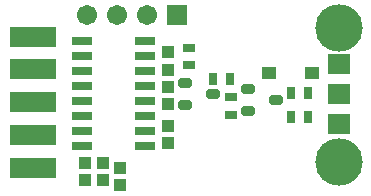
<source format=gts>
G04 Layer_Color=8388736*
%FSAX25Y25*%
%MOIN*%
G70*
G01*
G75*
%ADD37R,0.15800X0.06900*%
%ADD38R,0.06706X0.03162*%
%ADD39R,0.04343X0.03162*%
G04:AMPARAMS|DCode=40|XSize=31.62mil|YSize=47.37mil|CornerRadius=6.95mil|HoleSize=0mil|Usage=FLASHONLY|Rotation=270.000|XOffset=0mil|YOffset=0mil|HoleType=Round|Shape=RoundedRectangle|*
%AMROUNDEDRECTD40*
21,1,0.03162,0.03347,0,0,270.0*
21,1,0.01772,0.04737,0,0,270.0*
1,1,0.01391,-0.01673,-0.00886*
1,1,0.01391,-0.01673,0.00886*
1,1,0.01391,0.01673,0.00886*
1,1,0.01391,0.01673,-0.00886*
%
%ADD40ROUNDEDRECTD40*%
%ADD41R,0.04737X0.03950*%
%ADD42R,0.03950X0.03950*%
%ADD43R,0.03162X0.04343*%
%ADD44R,0.03950X0.03950*%
%ADD45R,0.07800X0.06800*%
%ADD46R,0.06706X0.06706*%
%ADD47C,0.06706*%
%ADD48C,0.15800*%
D37*
X0278500Y0395900D02*
D03*
Y0385000D02*
D03*
Y0428600D02*
D03*
Y0406800D02*
D03*
Y0417700D02*
D03*
D38*
X0294870Y0392045D02*
D03*
X0316130D02*
D03*
X0294870Y0397045D02*
D03*
X0316130Y0427072D02*
D03*
X0316130Y0422045D02*
D03*
Y0397045D02*
D03*
Y0402045D02*
D03*
Y0407045D02*
D03*
Y0412045D02*
D03*
Y0417045D02*
D03*
X0294870Y0402045D02*
D03*
Y0407045D02*
D03*
Y0412045D02*
D03*
Y0417045D02*
D03*
X0294870Y0422100D02*
D03*
Y0427072D02*
D03*
D39*
X0330500Y0419047D02*
D03*
Y0424953D02*
D03*
X0344500Y0408453D02*
D03*
Y0402547D02*
D03*
D40*
X0338528Y0409500D02*
D03*
X0329472Y0405760D02*
D03*
Y0413240D02*
D03*
X0359528Y0407500D02*
D03*
X0350472Y0403760D02*
D03*
Y0411240D02*
D03*
D41*
X0371783Y0416500D02*
D03*
X0357217D02*
D03*
D42*
X0301953Y0381000D02*
D03*
X0296047D02*
D03*
X0301953Y0386500D02*
D03*
X0296047D02*
D03*
D43*
X0338547Y0414500D02*
D03*
X0344453D02*
D03*
X0364547Y0410000D02*
D03*
X0370453D02*
D03*
X0370453Y0402000D02*
D03*
X0364547D02*
D03*
D44*
X0323500Y0417547D02*
D03*
Y0423453D02*
D03*
X0307500Y0379047D02*
D03*
Y0384953D02*
D03*
X0323500Y0406047D02*
D03*
Y0411953D02*
D03*
Y0393047D02*
D03*
Y0398953D02*
D03*
D45*
X0380500Y0419500D02*
D03*
Y0409500D02*
D03*
Y0399500D02*
D03*
D46*
X0326500Y0436000D02*
D03*
D47*
X0316500D02*
D03*
X0306500D02*
D03*
X0296500D02*
D03*
D48*
X0380500Y0387000D02*
D03*
Y0431500D02*
D03*
M02*

</source>
